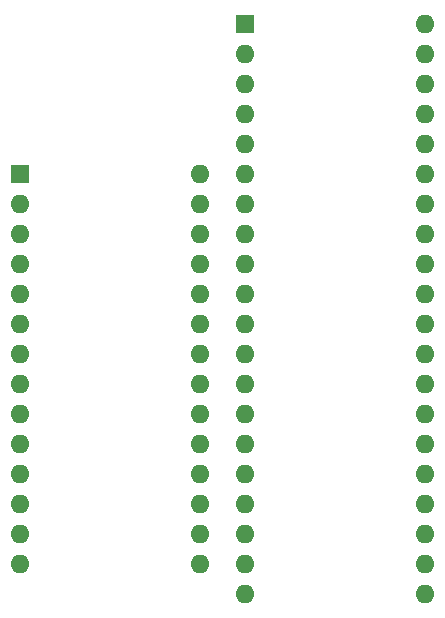
<source format=gbr>
%TF.GenerationSoftware,KiCad,Pcbnew,8.0.7*%
%TF.CreationDate,2025-01-07T22:57:07+00:00*%
%TF.ProjectId,177x,31373778-2e6b-4696-9361-645f70636258,01*%
%TF.SameCoordinates,Original*%
%TF.FileFunction,Soldermask,Bot*%
%TF.FilePolarity,Negative*%
%FSLAX46Y46*%
G04 Gerber Fmt 4.6, Leading zero omitted, Abs format (unit mm)*
G04 Created by KiCad (PCBNEW 8.0.7) date 2025-01-07 22:57:07*
%MOMM*%
%LPD*%
G01*
G04 APERTURE LIST*
%ADD10R,1.600000X1.600000*%
%ADD11O,1.600000X1.600000*%
G04 APERTURE END LIST*
D10*
%TO.C,IC5*%
X100330000Y-37084000D03*
D11*
X100330000Y-39624000D03*
X100330000Y-42164000D03*
X100330000Y-44704000D03*
X100330000Y-47244000D03*
X100330000Y-49784000D03*
X100330000Y-52324000D03*
X100330000Y-54864000D03*
X100330000Y-57404000D03*
X100330000Y-59944000D03*
X100330000Y-62484000D03*
X100330000Y-65024000D03*
X100330000Y-67564000D03*
X100330000Y-70104000D03*
X100330000Y-72644000D03*
X100330000Y-75184000D03*
X100330000Y-77724000D03*
X100330000Y-80264000D03*
X100330000Y-82804000D03*
X100330000Y-85344000D03*
X115570000Y-85344000D03*
X115570000Y-82804000D03*
X115570000Y-80264000D03*
X115570000Y-77724000D03*
X115570000Y-75184000D03*
X115570000Y-72644000D03*
X115570000Y-70104000D03*
X115570000Y-67564000D03*
X115570000Y-65024000D03*
X115570000Y-62484000D03*
X115570000Y-59944000D03*
X115570000Y-57404000D03*
X115570000Y-54864000D03*
X115570000Y-52324000D03*
X115570000Y-49784000D03*
X115570000Y-47244000D03*
X115570000Y-44704000D03*
X115570000Y-42164000D03*
X115570000Y-39624000D03*
X115570000Y-37084000D03*
%TD*%
D10*
%TO.C,IC1*%
X81275000Y-49794000D03*
D11*
X81275000Y-52334000D03*
X81275000Y-54874000D03*
X81275000Y-57414000D03*
X81275000Y-59954000D03*
X81275000Y-62494000D03*
X81275000Y-65034000D03*
X81275000Y-67574000D03*
X81275000Y-70114000D03*
X81275000Y-72654000D03*
X81275000Y-75194000D03*
X81275000Y-77734000D03*
X81275000Y-80274000D03*
X81275000Y-82814000D03*
X96515000Y-82814000D03*
X96515000Y-80274000D03*
X96515000Y-77734000D03*
X96515000Y-75194000D03*
X96515000Y-72654000D03*
X96515000Y-70114000D03*
X96515000Y-67574000D03*
X96515000Y-65034000D03*
X96515000Y-62494000D03*
X96515000Y-59954000D03*
X96515000Y-57414000D03*
X96515000Y-54874000D03*
X96515000Y-52334000D03*
X96515000Y-49794000D03*
%TD*%
M02*

</source>
